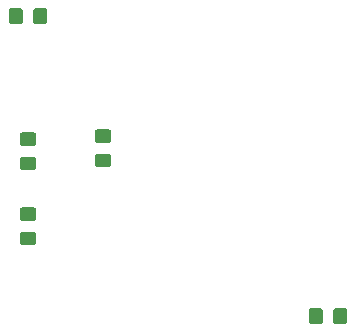
<source format=gbr>
G04 #@! TF.GenerationSoftware,KiCad,Pcbnew,(5.1.5-0-10_14)*
G04 #@! TF.CreationDate,2020-05-18T16:23:34+03:00*
G04 #@! TF.ProjectId,final2,66696e61-6c32-42e6-9b69-6361645f7063,rev?*
G04 #@! TF.SameCoordinates,Original*
G04 #@! TF.FileFunction,Paste,Top*
G04 #@! TF.FilePolarity,Positive*
%FSLAX46Y46*%
G04 Gerber Fmt 4.6, Leading zero omitted, Abs format (unit mm)*
G04 Created by KiCad (PCBNEW (5.1.5-0-10_14)) date 2020-05-18 16:23:34*
%MOMM*%
%LPD*%
G04 APERTURE LIST*
%ADD10C,0.100000*%
G04 APERTURE END LIST*
D10*
G36*
X132554505Y-84761204D02*
G01*
X132578773Y-84764804D01*
X132602572Y-84770765D01*
X132625671Y-84779030D01*
X132647850Y-84789520D01*
X132668893Y-84802132D01*
X132688599Y-84816747D01*
X132706777Y-84833223D01*
X132723253Y-84851401D01*
X132737868Y-84871107D01*
X132750480Y-84892150D01*
X132760970Y-84914329D01*
X132769235Y-84937428D01*
X132775196Y-84961227D01*
X132778796Y-84985495D01*
X132780000Y-85009999D01*
X132780000Y-85660001D01*
X132778796Y-85684505D01*
X132775196Y-85708773D01*
X132769235Y-85732572D01*
X132760970Y-85755671D01*
X132750480Y-85777850D01*
X132737868Y-85798893D01*
X132723253Y-85818599D01*
X132706777Y-85836777D01*
X132688599Y-85853253D01*
X132668893Y-85867868D01*
X132647850Y-85880480D01*
X132625671Y-85890970D01*
X132602572Y-85899235D01*
X132578773Y-85905196D01*
X132554505Y-85908796D01*
X132530001Y-85910000D01*
X131629999Y-85910000D01*
X131605495Y-85908796D01*
X131581227Y-85905196D01*
X131557428Y-85899235D01*
X131534329Y-85890970D01*
X131512150Y-85880480D01*
X131491107Y-85867868D01*
X131471401Y-85853253D01*
X131453223Y-85836777D01*
X131436747Y-85818599D01*
X131422132Y-85798893D01*
X131409520Y-85777850D01*
X131399030Y-85755671D01*
X131390765Y-85732572D01*
X131384804Y-85708773D01*
X131381204Y-85684505D01*
X131380000Y-85660001D01*
X131380000Y-85009999D01*
X131381204Y-84985495D01*
X131384804Y-84961227D01*
X131390765Y-84937428D01*
X131399030Y-84914329D01*
X131409520Y-84892150D01*
X131422132Y-84871107D01*
X131436747Y-84851401D01*
X131453223Y-84833223D01*
X131471401Y-84816747D01*
X131491107Y-84802132D01*
X131512150Y-84789520D01*
X131534329Y-84779030D01*
X131557428Y-84770765D01*
X131581227Y-84764804D01*
X131605495Y-84761204D01*
X131629999Y-84760000D01*
X132530001Y-84760000D01*
X132554505Y-84761204D01*
G37*
G36*
X132554505Y-86811204D02*
G01*
X132578773Y-86814804D01*
X132602572Y-86820765D01*
X132625671Y-86829030D01*
X132647850Y-86839520D01*
X132668893Y-86852132D01*
X132688599Y-86866747D01*
X132706777Y-86883223D01*
X132723253Y-86901401D01*
X132737868Y-86921107D01*
X132750480Y-86942150D01*
X132760970Y-86964329D01*
X132769235Y-86987428D01*
X132775196Y-87011227D01*
X132778796Y-87035495D01*
X132780000Y-87059999D01*
X132780000Y-87710001D01*
X132778796Y-87734505D01*
X132775196Y-87758773D01*
X132769235Y-87782572D01*
X132760970Y-87805671D01*
X132750480Y-87827850D01*
X132737868Y-87848893D01*
X132723253Y-87868599D01*
X132706777Y-87886777D01*
X132688599Y-87903253D01*
X132668893Y-87917868D01*
X132647850Y-87930480D01*
X132625671Y-87940970D01*
X132602572Y-87949235D01*
X132578773Y-87955196D01*
X132554505Y-87958796D01*
X132530001Y-87960000D01*
X131629999Y-87960000D01*
X131605495Y-87958796D01*
X131581227Y-87955196D01*
X131557428Y-87949235D01*
X131534329Y-87940970D01*
X131512150Y-87930480D01*
X131491107Y-87917868D01*
X131471401Y-87903253D01*
X131453223Y-87886777D01*
X131436747Y-87868599D01*
X131422132Y-87848893D01*
X131409520Y-87827850D01*
X131399030Y-87805671D01*
X131390765Y-87782572D01*
X131384804Y-87758773D01*
X131381204Y-87734505D01*
X131380000Y-87710001D01*
X131380000Y-87059999D01*
X131381204Y-87035495D01*
X131384804Y-87011227D01*
X131390765Y-86987428D01*
X131399030Y-86964329D01*
X131409520Y-86942150D01*
X131422132Y-86921107D01*
X131436747Y-86901401D01*
X131453223Y-86883223D01*
X131471401Y-86866747D01*
X131491107Y-86852132D01*
X131512150Y-86839520D01*
X131534329Y-86829030D01*
X131557428Y-86820765D01*
X131581227Y-86814804D01*
X131605495Y-86811204D01*
X131629999Y-86810000D01*
X132530001Y-86810000D01*
X132554505Y-86811204D01*
G37*
G36*
X138904505Y-86566204D02*
G01*
X138928773Y-86569804D01*
X138952572Y-86575765D01*
X138975671Y-86584030D01*
X138997850Y-86594520D01*
X139018893Y-86607132D01*
X139038599Y-86621747D01*
X139056777Y-86638223D01*
X139073253Y-86656401D01*
X139087868Y-86676107D01*
X139100480Y-86697150D01*
X139110970Y-86719329D01*
X139119235Y-86742428D01*
X139125196Y-86766227D01*
X139128796Y-86790495D01*
X139130000Y-86814999D01*
X139130000Y-87465001D01*
X139128796Y-87489505D01*
X139125196Y-87513773D01*
X139119235Y-87537572D01*
X139110970Y-87560671D01*
X139100480Y-87582850D01*
X139087868Y-87603893D01*
X139073253Y-87623599D01*
X139056777Y-87641777D01*
X139038599Y-87658253D01*
X139018893Y-87672868D01*
X138997850Y-87685480D01*
X138975671Y-87695970D01*
X138952572Y-87704235D01*
X138928773Y-87710196D01*
X138904505Y-87713796D01*
X138880001Y-87715000D01*
X137979999Y-87715000D01*
X137955495Y-87713796D01*
X137931227Y-87710196D01*
X137907428Y-87704235D01*
X137884329Y-87695970D01*
X137862150Y-87685480D01*
X137841107Y-87672868D01*
X137821401Y-87658253D01*
X137803223Y-87641777D01*
X137786747Y-87623599D01*
X137772132Y-87603893D01*
X137759520Y-87582850D01*
X137749030Y-87560671D01*
X137740765Y-87537572D01*
X137734804Y-87513773D01*
X137731204Y-87489505D01*
X137730000Y-87465001D01*
X137730000Y-86814999D01*
X137731204Y-86790495D01*
X137734804Y-86766227D01*
X137740765Y-86742428D01*
X137749030Y-86719329D01*
X137759520Y-86697150D01*
X137772132Y-86676107D01*
X137786747Y-86656401D01*
X137803223Y-86638223D01*
X137821401Y-86621747D01*
X137841107Y-86607132D01*
X137862150Y-86594520D01*
X137884329Y-86584030D01*
X137907428Y-86575765D01*
X137931227Y-86569804D01*
X137955495Y-86566204D01*
X137979999Y-86565000D01*
X138880001Y-86565000D01*
X138904505Y-86566204D01*
G37*
G36*
X138904505Y-84516204D02*
G01*
X138928773Y-84519804D01*
X138952572Y-84525765D01*
X138975671Y-84534030D01*
X138997850Y-84544520D01*
X139018893Y-84557132D01*
X139038599Y-84571747D01*
X139056777Y-84588223D01*
X139073253Y-84606401D01*
X139087868Y-84626107D01*
X139100480Y-84647150D01*
X139110970Y-84669329D01*
X139119235Y-84692428D01*
X139125196Y-84716227D01*
X139128796Y-84740495D01*
X139130000Y-84764999D01*
X139130000Y-85415001D01*
X139128796Y-85439505D01*
X139125196Y-85463773D01*
X139119235Y-85487572D01*
X139110970Y-85510671D01*
X139100480Y-85532850D01*
X139087868Y-85553893D01*
X139073253Y-85573599D01*
X139056777Y-85591777D01*
X139038599Y-85608253D01*
X139018893Y-85622868D01*
X138997850Y-85635480D01*
X138975671Y-85645970D01*
X138952572Y-85654235D01*
X138928773Y-85660196D01*
X138904505Y-85663796D01*
X138880001Y-85665000D01*
X137979999Y-85665000D01*
X137955495Y-85663796D01*
X137931227Y-85660196D01*
X137907428Y-85654235D01*
X137884329Y-85645970D01*
X137862150Y-85635480D01*
X137841107Y-85622868D01*
X137821401Y-85608253D01*
X137803223Y-85591777D01*
X137786747Y-85573599D01*
X137772132Y-85553893D01*
X137759520Y-85532850D01*
X137749030Y-85510671D01*
X137740765Y-85487572D01*
X137734804Y-85463773D01*
X137731204Y-85439505D01*
X137730000Y-85415001D01*
X137730000Y-84764999D01*
X137731204Y-84740495D01*
X137734804Y-84716227D01*
X137740765Y-84692428D01*
X137749030Y-84669329D01*
X137759520Y-84647150D01*
X137772132Y-84626107D01*
X137786747Y-84606401D01*
X137803223Y-84588223D01*
X137821401Y-84571747D01*
X137841107Y-84557132D01*
X137862150Y-84544520D01*
X137884329Y-84534030D01*
X137907428Y-84525765D01*
X137931227Y-84519804D01*
X137955495Y-84516204D01*
X137979999Y-84515000D01*
X138880001Y-84515000D01*
X138904505Y-84516204D01*
G37*
G36*
X158854505Y-99631204D02*
G01*
X158878773Y-99634804D01*
X158902572Y-99640765D01*
X158925671Y-99649030D01*
X158947850Y-99659520D01*
X158968893Y-99672132D01*
X158988599Y-99686747D01*
X159006777Y-99703223D01*
X159023253Y-99721401D01*
X159037868Y-99741107D01*
X159050480Y-99762150D01*
X159060970Y-99784329D01*
X159069235Y-99807428D01*
X159075196Y-99831227D01*
X159078796Y-99855495D01*
X159080000Y-99879999D01*
X159080000Y-100780001D01*
X159078796Y-100804505D01*
X159075196Y-100828773D01*
X159069235Y-100852572D01*
X159060970Y-100875671D01*
X159050480Y-100897850D01*
X159037868Y-100918893D01*
X159023253Y-100938599D01*
X159006777Y-100956777D01*
X158988599Y-100973253D01*
X158968893Y-100987868D01*
X158947850Y-101000480D01*
X158925671Y-101010970D01*
X158902572Y-101019235D01*
X158878773Y-101025196D01*
X158854505Y-101028796D01*
X158830001Y-101030000D01*
X158179999Y-101030000D01*
X158155495Y-101028796D01*
X158131227Y-101025196D01*
X158107428Y-101019235D01*
X158084329Y-101010970D01*
X158062150Y-101000480D01*
X158041107Y-100987868D01*
X158021401Y-100973253D01*
X158003223Y-100956777D01*
X157986747Y-100938599D01*
X157972132Y-100918893D01*
X157959520Y-100897850D01*
X157949030Y-100875671D01*
X157940765Y-100852572D01*
X157934804Y-100828773D01*
X157931204Y-100804505D01*
X157930000Y-100780001D01*
X157930000Y-99879999D01*
X157931204Y-99855495D01*
X157934804Y-99831227D01*
X157940765Y-99807428D01*
X157949030Y-99784329D01*
X157959520Y-99762150D01*
X157972132Y-99741107D01*
X157986747Y-99721401D01*
X158003223Y-99703223D01*
X158021401Y-99686747D01*
X158041107Y-99672132D01*
X158062150Y-99659520D01*
X158084329Y-99649030D01*
X158107428Y-99640765D01*
X158131227Y-99634804D01*
X158155495Y-99631204D01*
X158179999Y-99630000D01*
X158830001Y-99630000D01*
X158854505Y-99631204D01*
G37*
G36*
X156804505Y-99631204D02*
G01*
X156828773Y-99634804D01*
X156852572Y-99640765D01*
X156875671Y-99649030D01*
X156897850Y-99659520D01*
X156918893Y-99672132D01*
X156938599Y-99686747D01*
X156956777Y-99703223D01*
X156973253Y-99721401D01*
X156987868Y-99741107D01*
X157000480Y-99762150D01*
X157010970Y-99784329D01*
X157019235Y-99807428D01*
X157025196Y-99831227D01*
X157028796Y-99855495D01*
X157030000Y-99879999D01*
X157030000Y-100780001D01*
X157028796Y-100804505D01*
X157025196Y-100828773D01*
X157019235Y-100852572D01*
X157010970Y-100875671D01*
X157000480Y-100897850D01*
X156987868Y-100918893D01*
X156973253Y-100938599D01*
X156956777Y-100956777D01*
X156938599Y-100973253D01*
X156918893Y-100987868D01*
X156897850Y-101000480D01*
X156875671Y-101010970D01*
X156852572Y-101019235D01*
X156828773Y-101025196D01*
X156804505Y-101028796D01*
X156780001Y-101030000D01*
X156129999Y-101030000D01*
X156105495Y-101028796D01*
X156081227Y-101025196D01*
X156057428Y-101019235D01*
X156034329Y-101010970D01*
X156012150Y-101000480D01*
X155991107Y-100987868D01*
X155971401Y-100973253D01*
X155953223Y-100956777D01*
X155936747Y-100938599D01*
X155922132Y-100918893D01*
X155909520Y-100897850D01*
X155899030Y-100875671D01*
X155890765Y-100852572D01*
X155884804Y-100828773D01*
X155881204Y-100804505D01*
X155880000Y-100780001D01*
X155880000Y-99879999D01*
X155881204Y-99855495D01*
X155884804Y-99831227D01*
X155890765Y-99807428D01*
X155899030Y-99784329D01*
X155909520Y-99762150D01*
X155922132Y-99741107D01*
X155936747Y-99721401D01*
X155953223Y-99703223D01*
X155971401Y-99686747D01*
X155991107Y-99672132D01*
X156012150Y-99659520D01*
X156034329Y-99649030D01*
X156057428Y-99640765D01*
X156081227Y-99634804D01*
X156105495Y-99631204D01*
X156129999Y-99630000D01*
X156780001Y-99630000D01*
X156804505Y-99631204D01*
G37*
G36*
X131404505Y-74231204D02*
G01*
X131428773Y-74234804D01*
X131452572Y-74240765D01*
X131475671Y-74249030D01*
X131497850Y-74259520D01*
X131518893Y-74272132D01*
X131538599Y-74286747D01*
X131556777Y-74303223D01*
X131573253Y-74321401D01*
X131587868Y-74341107D01*
X131600480Y-74362150D01*
X131610970Y-74384329D01*
X131619235Y-74407428D01*
X131625196Y-74431227D01*
X131628796Y-74455495D01*
X131630000Y-74479999D01*
X131630000Y-75380001D01*
X131628796Y-75404505D01*
X131625196Y-75428773D01*
X131619235Y-75452572D01*
X131610970Y-75475671D01*
X131600480Y-75497850D01*
X131587868Y-75518893D01*
X131573253Y-75538599D01*
X131556777Y-75556777D01*
X131538599Y-75573253D01*
X131518893Y-75587868D01*
X131497850Y-75600480D01*
X131475671Y-75610970D01*
X131452572Y-75619235D01*
X131428773Y-75625196D01*
X131404505Y-75628796D01*
X131380001Y-75630000D01*
X130729999Y-75630000D01*
X130705495Y-75628796D01*
X130681227Y-75625196D01*
X130657428Y-75619235D01*
X130634329Y-75610970D01*
X130612150Y-75600480D01*
X130591107Y-75587868D01*
X130571401Y-75573253D01*
X130553223Y-75556777D01*
X130536747Y-75538599D01*
X130522132Y-75518893D01*
X130509520Y-75497850D01*
X130499030Y-75475671D01*
X130490765Y-75452572D01*
X130484804Y-75428773D01*
X130481204Y-75404505D01*
X130480000Y-75380001D01*
X130480000Y-74479999D01*
X130481204Y-74455495D01*
X130484804Y-74431227D01*
X130490765Y-74407428D01*
X130499030Y-74384329D01*
X130509520Y-74362150D01*
X130522132Y-74341107D01*
X130536747Y-74321401D01*
X130553223Y-74303223D01*
X130571401Y-74286747D01*
X130591107Y-74272132D01*
X130612150Y-74259520D01*
X130634329Y-74249030D01*
X130657428Y-74240765D01*
X130681227Y-74234804D01*
X130705495Y-74231204D01*
X130729999Y-74230000D01*
X131380001Y-74230000D01*
X131404505Y-74231204D01*
G37*
G36*
X133454505Y-74231204D02*
G01*
X133478773Y-74234804D01*
X133502572Y-74240765D01*
X133525671Y-74249030D01*
X133547850Y-74259520D01*
X133568893Y-74272132D01*
X133588599Y-74286747D01*
X133606777Y-74303223D01*
X133623253Y-74321401D01*
X133637868Y-74341107D01*
X133650480Y-74362150D01*
X133660970Y-74384329D01*
X133669235Y-74407428D01*
X133675196Y-74431227D01*
X133678796Y-74455495D01*
X133680000Y-74479999D01*
X133680000Y-75380001D01*
X133678796Y-75404505D01*
X133675196Y-75428773D01*
X133669235Y-75452572D01*
X133660970Y-75475671D01*
X133650480Y-75497850D01*
X133637868Y-75518893D01*
X133623253Y-75538599D01*
X133606777Y-75556777D01*
X133588599Y-75573253D01*
X133568893Y-75587868D01*
X133547850Y-75600480D01*
X133525671Y-75610970D01*
X133502572Y-75619235D01*
X133478773Y-75625196D01*
X133454505Y-75628796D01*
X133430001Y-75630000D01*
X132779999Y-75630000D01*
X132755495Y-75628796D01*
X132731227Y-75625196D01*
X132707428Y-75619235D01*
X132684329Y-75610970D01*
X132662150Y-75600480D01*
X132641107Y-75587868D01*
X132621401Y-75573253D01*
X132603223Y-75556777D01*
X132586747Y-75538599D01*
X132572132Y-75518893D01*
X132559520Y-75497850D01*
X132549030Y-75475671D01*
X132540765Y-75452572D01*
X132534804Y-75428773D01*
X132531204Y-75404505D01*
X132530000Y-75380001D01*
X132530000Y-74479999D01*
X132531204Y-74455495D01*
X132534804Y-74431227D01*
X132540765Y-74407428D01*
X132549030Y-74384329D01*
X132559520Y-74362150D01*
X132572132Y-74341107D01*
X132586747Y-74321401D01*
X132603223Y-74303223D01*
X132621401Y-74286747D01*
X132641107Y-74272132D01*
X132662150Y-74259520D01*
X132684329Y-74249030D01*
X132707428Y-74240765D01*
X132731227Y-74234804D01*
X132755495Y-74231204D01*
X132779999Y-74230000D01*
X133430001Y-74230000D01*
X133454505Y-74231204D01*
G37*
G36*
X132554505Y-93161204D02*
G01*
X132578773Y-93164804D01*
X132602572Y-93170765D01*
X132625671Y-93179030D01*
X132647850Y-93189520D01*
X132668893Y-93202132D01*
X132688599Y-93216747D01*
X132706777Y-93233223D01*
X132723253Y-93251401D01*
X132737868Y-93271107D01*
X132750480Y-93292150D01*
X132760970Y-93314329D01*
X132769235Y-93337428D01*
X132775196Y-93361227D01*
X132778796Y-93385495D01*
X132780000Y-93409999D01*
X132780000Y-94060001D01*
X132778796Y-94084505D01*
X132775196Y-94108773D01*
X132769235Y-94132572D01*
X132760970Y-94155671D01*
X132750480Y-94177850D01*
X132737868Y-94198893D01*
X132723253Y-94218599D01*
X132706777Y-94236777D01*
X132688599Y-94253253D01*
X132668893Y-94267868D01*
X132647850Y-94280480D01*
X132625671Y-94290970D01*
X132602572Y-94299235D01*
X132578773Y-94305196D01*
X132554505Y-94308796D01*
X132530001Y-94310000D01*
X131629999Y-94310000D01*
X131605495Y-94308796D01*
X131581227Y-94305196D01*
X131557428Y-94299235D01*
X131534329Y-94290970D01*
X131512150Y-94280480D01*
X131491107Y-94267868D01*
X131471401Y-94253253D01*
X131453223Y-94236777D01*
X131436747Y-94218599D01*
X131422132Y-94198893D01*
X131409520Y-94177850D01*
X131399030Y-94155671D01*
X131390765Y-94132572D01*
X131384804Y-94108773D01*
X131381204Y-94084505D01*
X131380000Y-94060001D01*
X131380000Y-93409999D01*
X131381204Y-93385495D01*
X131384804Y-93361227D01*
X131390765Y-93337428D01*
X131399030Y-93314329D01*
X131409520Y-93292150D01*
X131422132Y-93271107D01*
X131436747Y-93251401D01*
X131453223Y-93233223D01*
X131471401Y-93216747D01*
X131491107Y-93202132D01*
X131512150Y-93189520D01*
X131534329Y-93179030D01*
X131557428Y-93170765D01*
X131581227Y-93164804D01*
X131605495Y-93161204D01*
X131629999Y-93160000D01*
X132530001Y-93160000D01*
X132554505Y-93161204D01*
G37*
G36*
X132554505Y-91111204D02*
G01*
X132578773Y-91114804D01*
X132602572Y-91120765D01*
X132625671Y-91129030D01*
X132647850Y-91139520D01*
X132668893Y-91152132D01*
X132688599Y-91166747D01*
X132706777Y-91183223D01*
X132723253Y-91201401D01*
X132737868Y-91221107D01*
X132750480Y-91242150D01*
X132760970Y-91264329D01*
X132769235Y-91287428D01*
X132775196Y-91311227D01*
X132778796Y-91335495D01*
X132780000Y-91359999D01*
X132780000Y-92010001D01*
X132778796Y-92034505D01*
X132775196Y-92058773D01*
X132769235Y-92082572D01*
X132760970Y-92105671D01*
X132750480Y-92127850D01*
X132737868Y-92148893D01*
X132723253Y-92168599D01*
X132706777Y-92186777D01*
X132688599Y-92203253D01*
X132668893Y-92217868D01*
X132647850Y-92230480D01*
X132625671Y-92240970D01*
X132602572Y-92249235D01*
X132578773Y-92255196D01*
X132554505Y-92258796D01*
X132530001Y-92260000D01*
X131629999Y-92260000D01*
X131605495Y-92258796D01*
X131581227Y-92255196D01*
X131557428Y-92249235D01*
X131534329Y-92240970D01*
X131512150Y-92230480D01*
X131491107Y-92217868D01*
X131471401Y-92203253D01*
X131453223Y-92186777D01*
X131436747Y-92168599D01*
X131422132Y-92148893D01*
X131409520Y-92127850D01*
X131399030Y-92105671D01*
X131390765Y-92082572D01*
X131384804Y-92058773D01*
X131381204Y-92034505D01*
X131380000Y-92010001D01*
X131380000Y-91359999D01*
X131381204Y-91335495D01*
X131384804Y-91311227D01*
X131390765Y-91287428D01*
X131399030Y-91264329D01*
X131409520Y-91242150D01*
X131422132Y-91221107D01*
X131436747Y-91201401D01*
X131453223Y-91183223D01*
X131471401Y-91166747D01*
X131491107Y-91152132D01*
X131512150Y-91139520D01*
X131534329Y-91129030D01*
X131557428Y-91120765D01*
X131581227Y-91114804D01*
X131605495Y-91111204D01*
X131629999Y-91110000D01*
X132530001Y-91110000D01*
X132554505Y-91111204D01*
G37*
M02*

</source>
